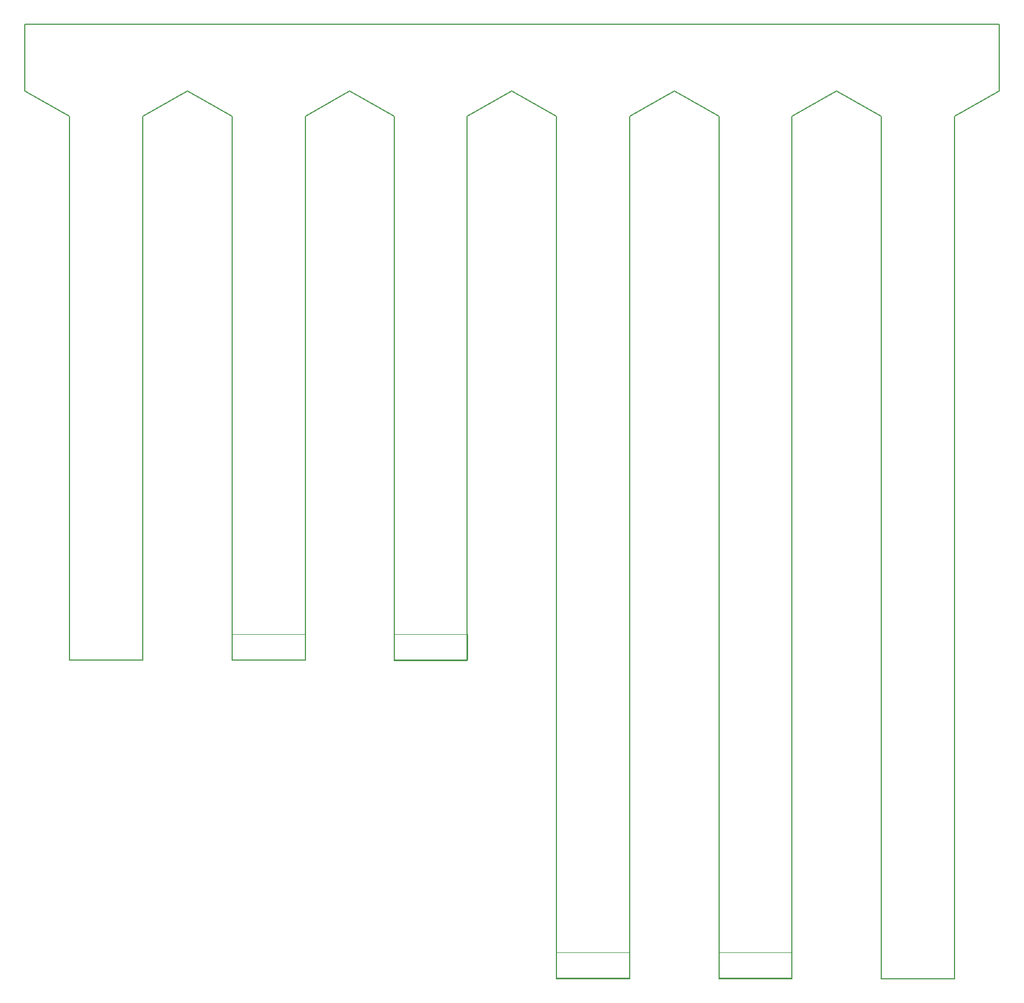
<source format=gbr>
%TF.GenerationSoftware,KiCad,Pcbnew,5.1.5+dfsg1-2~bpo10+1*%
%TF.CreationDate,2020-08-19T00:00:04+02:00*%
%TF.ProjectId,antmicro-alvium-flex-csi-adapter,616e746d-6963-4726-9f2d-616c7669756d,1.0.1*%
%TF.SameCoordinates,Original*%
%TF.FileFunction,Other,User*%
%FSLAX46Y46*%
G04 Gerber Fmt 4.6, Leading zero omitted, Abs format (unit mm)*
G04 Created by KiCad (PCBNEW 5.1.5+dfsg1-2~bpo10+1) date 2020-08-19 00:00:04 commit e5c3baf*
%MOMM*%
%LPD*%
G04 APERTURE LIST*
%ADD10C,0.150000*%
%ADD11C,0.050000*%
G04 APERTURE END LIST*
D10*
X285016000Y-214846000D02*
X296516000Y-214846000D01*
X303536000Y-64736000D02*
X303536000Y-75260000D01*
X278009000Y-75260000D02*
X285016000Y-79260000D01*
X296516000Y-79260000D02*
X303536000Y-75260000D01*
X285016000Y-214846000D02*
X285016000Y-79260000D01*
X296516000Y-214846000D02*
X296516000Y-79260000D01*
X168952000Y-79250000D02*
X175929000Y-75250000D01*
X150402000Y-64736000D02*
X150402000Y-75250000D01*
X157452000Y-164786000D02*
X168952000Y-164786000D01*
X157452000Y-164786000D02*
X157452000Y-79250000D01*
X168952000Y-164786000D02*
X168952000Y-79250000D01*
X150402000Y-75250000D02*
X157452000Y-79250000D01*
X233949000Y-214846000D02*
X233949000Y-79260000D01*
X252469000Y-75260000D02*
X259489000Y-79260000D01*
X270989000Y-214846000D02*
X270989000Y-79260000D01*
X259489000Y-214846000D02*
X270989000Y-214846000D01*
X259489000Y-214846000D02*
X259489000Y-79260000D01*
X270989000Y-79260000D02*
X278009000Y-75260000D01*
X226949000Y-75250000D02*
X233949000Y-79260000D01*
X233949000Y-214846000D02*
X245449000Y-214846000D01*
X245449000Y-214846000D02*
X245449000Y-79260000D01*
X245449000Y-79260000D02*
X252469000Y-75260000D01*
X208429000Y-79250000D02*
X201429000Y-75250000D01*
X219929000Y-79250000D02*
X226949000Y-75250000D01*
X208429000Y-164836000D02*
X208429000Y-79250000D01*
X219929000Y-164836000D02*
X219929000Y-79250000D01*
X208429000Y-164836000D02*
X219929000Y-164836000D01*
X194479000Y-79250000D02*
X201429000Y-75250000D01*
X175929000Y-75250000D02*
X182979000Y-79250000D01*
X194479000Y-164786000D02*
X194479000Y-79250000D01*
X182979000Y-164786000D02*
X182979000Y-79250000D01*
X182979000Y-164786000D02*
X194479000Y-164786000D01*
X150402000Y-64736000D02*
X303536000Y-64736000D01*
D11*
X270950000Y-210700000D02*
X259450000Y-210700000D01*
X259450000Y-210700000D02*
X259450000Y-214700000D01*
X270950000Y-214700000D02*
X259450000Y-214700000D01*
X270950000Y-210700000D02*
X270950000Y-214700000D01*
X245450000Y-210700000D02*
X233950000Y-210700000D01*
X233950000Y-210700000D02*
X233950000Y-214700000D01*
X245450000Y-214700000D02*
X233950000Y-214700000D01*
X245450000Y-210700000D02*
X245450000Y-214700000D01*
X219950000Y-160700000D02*
X208450000Y-160700000D01*
X208450000Y-160700000D02*
X208450000Y-164700000D01*
X219950000Y-164700000D02*
X208450000Y-164700000D01*
X219950000Y-160700000D02*
X219950000Y-164700000D01*
X194450000Y-160700000D02*
X182950000Y-160700000D01*
X182950000Y-160700000D02*
X182950000Y-164700000D01*
X194450000Y-164700000D02*
X182950000Y-164700000D01*
X194450000Y-160700000D02*
X194450000Y-164700000D01*
M02*

</source>
